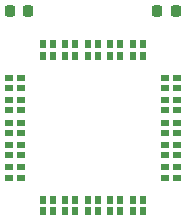
<source format=gbr>
%TF.GenerationSoftware,KiCad,Pcbnew,8.0.6+1*%
%TF.CreationDate,2024-11-07T23:00:44+00:00*%
%TF.ProjectId,TFGPSLITE02,54464750-534c-4495-9445-30322e6b6963,rev?*%
%TF.SameCoordinates,Original*%
%TF.FileFunction,Paste,Top*%
%TF.FilePolarity,Positive*%
%FSLAX46Y46*%
G04 Gerber Fmt 4.6, Leading zero omitted, Abs format (unit mm)*
G04 Created by KiCad (PCBNEW 8.0.6+1) date 2024-11-07 23:00:44*
%MOMM*%
%LPD*%
G01*
G04 APERTURE LIST*
G04 Aperture macros list*
%AMRoundRect*
0 Rectangle with rounded corners*
0 $1 Rounding radius*
0 $2 $3 $4 $5 $6 $7 $8 $9 X,Y pos of 4 corners*
0 Add a 4 corners polygon primitive as box body*
4,1,4,$2,$3,$4,$5,$6,$7,$8,$9,$2,$3,0*
0 Add four circle primitives for the rounded corners*
1,1,$1+$1,$2,$3*
1,1,$1+$1,$4,$5*
1,1,$1+$1,$6,$7*
1,1,$1+$1,$8,$9*
0 Add four rect primitives between the rounded corners*
20,1,$1+$1,$2,$3,$4,$5,0*
20,1,$1+$1,$4,$5,$6,$7,0*
20,1,$1+$1,$6,$7,$8,$9,0*
20,1,$1+$1,$8,$9,$2,$3,0*%
G04 Aperture macros list end*
%ADD10R,0.720000X0.580000*%
%ADD11R,0.580000X0.720000*%
%ADD12RoundRect,0.218750X-0.218750X-0.256250X0.218750X-0.256250X0.218750X0.256250X-0.218750X0.256250X0*%
G04 APERTURE END LIST*
D10*
%TO.C,U2*%
X143110000Y-114220000D03*
X143110000Y-113370000D03*
X143110000Y-112320000D03*
X143110000Y-111470000D03*
X143110000Y-110420000D03*
X143110000Y-109570000D03*
X143110000Y-108520000D03*
X143110000Y-107670000D03*
X143110000Y-106620000D03*
X143110000Y-105770000D03*
X142110000Y-114220000D03*
X142110000Y-113370000D03*
X142110000Y-112320000D03*
X142110000Y-111470000D03*
X142110000Y-110420000D03*
X142110000Y-109570000D03*
X142110000Y-108520000D03*
X142110000Y-107670000D03*
X142110000Y-106620000D03*
X142110000Y-105770000D03*
D11*
X140235000Y-117095000D03*
X140235000Y-116095000D03*
X140235000Y-103895000D03*
X140235000Y-102895000D03*
X139385000Y-117095000D03*
X139385000Y-116095000D03*
X139385000Y-103895000D03*
X139385000Y-102895000D03*
X138335000Y-117095000D03*
X138335000Y-116095000D03*
X138335000Y-103895000D03*
X138335000Y-102895000D03*
X137485000Y-117095000D03*
X137485000Y-116095000D03*
X137485000Y-103895000D03*
X137485000Y-102895000D03*
X136435000Y-117095000D03*
X136435000Y-116095000D03*
X136435000Y-103895000D03*
X136435000Y-102895000D03*
X135585000Y-117095000D03*
X135585000Y-116095000D03*
X135585000Y-103895000D03*
X135585000Y-102895000D03*
X134535000Y-117095000D03*
X134535000Y-116095000D03*
X134535000Y-103895000D03*
X134535000Y-102895000D03*
X133685000Y-117095000D03*
X133685000Y-116095000D03*
X133685000Y-103895000D03*
X133685000Y-102895000D03*
X132635000Y-117095000D03*
X132635000Y-116095000D03*
X132635000Y-103895000D03*
X132635000Y-102895000D03*
X131785000Y-117095000D03*
X131785000Y-116095000D03*
X131785000Y-103895000D03*
X131785000Y-102895000D03*
D10*
X129910000Y-114220000D03*
X129910000Y-113370000D03*
X129910000Y-112320000D03*
X129910000Y-111470000D03*
X129910000Y-110420000D03*
X129910000Y-109570000D03*
X129910000Y-108520000D03*
X129910000Y-107670000D03*
X129910000Y-106620000D03*
X129910000Y-105770000D03*
X128910000Y-114220000D03*
X128910000Y-113370000D03*
X128910000Y-112320000D03*
X128910000Y-111470000D03*
X128910000Y-110420000D03*
X128910000Y-109570000D03*
X128910000Y-108520000D03*
X128910000Y-107670000D03*
X128910000Y-106620000D03*
X128910000Y-105770000D03*
%TD*%
D12*
%TO.C,D3*%
X141460000Y-100150000D03*
X143035000Y-100150000D03*
%TD*%
%TO.C,D2*%
X128965000Y-100120000D03*
X130540000Y-100120000D03*
%TD*%
M02*

</source>
